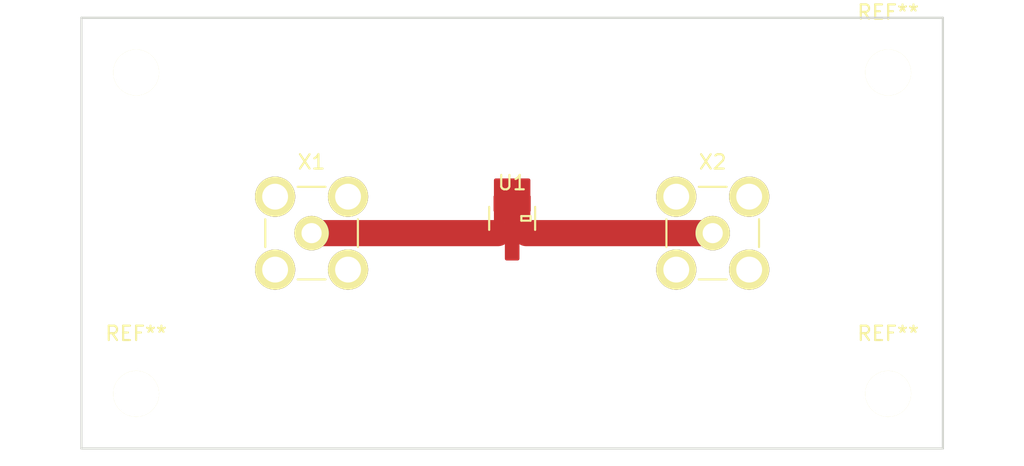
<source format=kicad_pcb>
(kicad_pcb (version 4) (host pcbnew 4.0.2+e4-6225~38~ubuntu15.10.1-stable)

  (general
    (links 0)
    (no_connects 9)
    (area 0 0 0 0)
    (thickness 1.6)
    (drawings 4)
    (tracks 6)
    (zones 0)
    (modules 7)
    (nets 4)
  )

  (page A4)
  (layers
    (0 F.Cu signal)
    (31 B.Cu signal)
    (32 B.Adhes user)
    (33 F.Adhes user)
    (34 B.Paste user)
    (35 F.Paste user)
    (36 B.SilkS user)
    (37 F.SilkS user)
    (38 B.Mask user)
    (39 F.Mask user)
    (40 Dwgs.User user)
    (41 Cmts.User user)
    (42 Eco1.User user)
    (43 Eco2.User user)
    (44 Edge.Cuts user)
    (45 Margin user)
    (46 B.CrtYd user)
    (47 F.CrtYd user)
    (48 B.Fab user)
    (49 F.Fab user)
  )

  (setup
    (last_trace_width 0.25)
    (trace_clearance 0.2)
    (zone_clearance 0.1)
    (zone_45_only no)
    (trace_min 0.2)
    (segment_width 0.2)
    (edge_width 0.15)
    (via_size 0.6)
    (via_drill 0.4)
    (via_min_size 0.4)
    (via_min_drill 0.3)
    (uvia_size 0.3)
    (uvia_drill 0.1)
    (uvias_allowed no)
    (uvia_min_size 0.2)
    (uvia_min_drill 0.1)
    (pcb_text_width 0.3)
    (pcb_text_size 1.5 1.5)
    (mod_edge_width 0.15)
    (mod_text_size 1 1)
    (mod_text_width 0.15)
    (pad_size 1.524 1.524)
    (pad_drill 0.762)
    (pad_to_mask_clearance 0.2)
    (aux_axis_origin 120 105)
    (grid_origin 120 105)
    (visible_elements FFFFFF7F)
    (pcbplotparams
      (layerselection 0x00030_80000001)
      (usegerberextensions false)
      (excludeedgelayer true)
      (linewidth 0.100000)
      (plotframeref false)
      (viasonmask false)
      (mode 1)
      (useauxorigin false)
      (hpglpennumber 1)
      (hpglpenspeed 20)
      (hpglpendiameter 15)
      (hpglpenoverlay 2)
      (psnegative false)
      (psa4output false)
      (plotreference true)
      (plotvalue true)
      (plotinvisibletext false)
      (padsonsilk false)
      (subtractmaskfromsilk false)
      (outputformat 1)
      (mirror false)
      (drillshape 1)
      (scaleselection 1)
      (outputdirectory ""))
  )

  (net 0 "")
  (net 1 "Net-(U1-Pad1)")
  (net 2 GNDA)
  (net 3 "Net-(U1-Pad3)")

  (net_class Default "This is the default net class."
    (clearance 0.2)
    (trace_width 0.25)
    (via_dia 0.6)
    (via_drill 0.4)
    (uvia_dia 0.3)
    (uvia_drill 0.1)
    (add_net GNDA)
  )

  (net_class 50Ohm ""
    (clearance 0.1)
    (trace_width 1.82)
    (via_dia 0.6)
    (via_drill 0.4)
    (uvia_dia 0.3)
    (uvia_drill 0.1)
    (add_net "Net-(U1-Pad1)")
    (add_net "Net-(U1-Pad3)")
  )

  (module Mounting_Holes:MountingHole_3.2mm_M3 (layer F.Cu) (tedit 56D1B4CB) (tstamp 57503CEC)
    (at 146.19 93.81)
    (descr "Mounting Hole 3.2mm, no annular, M3")
    (tags "mounting hole 3.2mm no annular m3")
    (fp_text reference REF** (at 0 -4.2) (layer F.SilkS)
      (effects (font (size 1 1) (thickness 0.15)))
    )
    (fp_text value MountingHole_3.2mm_M3 (at 0 4.2) (layer F.Fab)
      (effects (font (size 1 1) (thickness 0.15)))
    )
    (fp_circle (center 0 0) (end 3.2 0) (layer Cmts.User) (width 0.15))
    (fp_circle (center 0 0) (end 3.45 0) (layer F.CrtYd) (width 0.05))
    (pad 1 np_thru_hole circle (at 0 0) (size 3.2 3.2) (drill 3.2) (layers *.Cu *.Mask F.SilkS))
  )

  (module Mounting_Holes:MountingHole_3.2mm_M3 (layer F.Cu) (tedit 56D1B4CB) (tstamp 57503CCB)
    (at 146.19 116.19)
    (descr "Mounting Hole 3.2mm, no annular, M3")
    (tags "mounting hole 3.2mm no annular m3")
    (fp_text reference REF** (at 0 -4.2) (layer F.SilkS)
      (effects (font (size 1 1) (thickness 0.15)))
    )
    (fp_text value MountingHole_3.2mm_M3 (at 0 4.2) (layer F.Fab)
      (effects (font (size 1 1) (thickness 0.15)))
    )
    (fp_circle (center 0 0) (end 3.2 0) (layer Cmts.User) (width 0.15))
    (fp_circle (center 0 0) (end 3.45 0) (layer F.CrtYd) (width 0.05))
    (pad 1 np_thru_hole circle (at 0 0) (size 3.2 3.2) (drill 3.2) (layers *.Cu *.Mask F.SilkS))
  )

  (module Mounting_Holes:MountingHole_3.2mm_M3 (layer F.Cu) (tedit 57503EF4) (tstamp 57503BEE)
    (at 93.81 93.81)
    (descr "Mounting Hole 3.2mm, no annular, M3")
    (tags "mounting hole 3.2mm no annular m3")
    (fp_text reference REF** (at 0 -4.2) (layer F.SilkS) hide
      (effects (font (size 1 1) (thickness 0.15)))
    )
    (fp_text value MountingHole_3.2mm_M3 (at 0 4.2) (layer F.Fab)
      (effects (font (size 1 1) (thickness 0.15)))
    )
    (fp_circle (center 0 0) (end 3.2 0) (layer Cmts.User) (width 0.15))
    (fp_circle (center 0 0) (end 3.45 0) (layer F.CrtYd) (width 0.05))
    (pad 1 np_thru_hole circle (at 0 0) (size 3.2 3.2) (drill 3.2) (layers *.Cu *.Mask F.SilkS))
  )

  (module MiniCircuits:FV1206-1 (layer F.Cu) (tedit 5745BA4E) (tstamp 575037D4)
    (at 120 103.9713)
    (path /57503764)
    (fp_text reference U1 (at 0 -2.48031) (layer F.SilkS)
      (effects (font (size 1 1) (thickness 0.15)))
    )
    (fp_text value BFCN-2900+ (at 0 2.56032) (layer F.Fab)
      (effects (font (size 1 1) (thickness 0.15)))
    )
    (fp_line (start 1.6002 -1.76022) (end -1.6002 -1.76022) (layer F.CrtYd) (width 0.05))
    (fp_line (start 1.6002 1.76022) (end 1.6002 -1.76022) (layer F.CrtYd) (width 0.05))
    (fp_line (start -1.6002 1.76022) (end 1.6002 1.76022) (layer F.CrtYd) (width 0.05))
    (fp_line (start -1.6002 -1.76022) (end -1.6002 1.76022) (layer F.CrtYd) (width 0.05))
    (fp_line (start 0.64008 -0.16002) (end 1.28016 -0.16002) (layer F.SilkS) (width 0.15))
    (fp_line (start 0.64008 0.16002) (end 0.64008 -0.16002) (layer F.SilkS) (width 0.15))
    (fp_line (start 1.28016 0.16002) (end 0.64008 0.16002) (layer F.SilkS) (width 0.15))
    (fp_line (start 1.28016 -0.16002) (end 1.28016 0.16002) (layer F.SilkS) (width 0.15))
    (fp_line (start 1.6002 -0.8001) (end 1.6002 0.8001) (layer F.SilkS) (width 0.15))
    (fp_line (start -1.6002 -0.8001) (end -1.6002 0.8001) (layer F.SilkS) (width 0.15))
    (pad 1 smd rect (at -0.9906 1.0287) (size 0.6096 1.0668) (layers F.Cu F.Paste F.Mask)
      (net 1 "Net-(U1-Pad1)"))
    (pad 2 smd rect (at 0 1.0287) (size 0.6096 1.0668) (layers F.Cu F.Paste F.Mask)
      (net 2 GNDA))
    (pad 3 smd rect (at 0.9906 1.0287) (size 0.6096 1.0668) (layers F.Cu F.Paste F.Mask)
      (net 3 "Net-(U1-Pad3)"))
    (pad 4 smd rect (at 0.9906 -1.0287) (size 0.6096 1.0668) (layers F.Cu F.Paste F.Mask)
      (net 2 GNDA))
    (pad 5 smd rect (at 0 -1.0287) (size 0.6096 1.0668) (layers F.Cu F.Paste F.Mask)
      (net 2 GNDA))
    (pad 6 smd rect (at -0.9906 -1.0287) (size 0.6096 1.0668) (layers F.Cu F.Paste F.Mask)
      (net 2 GNDA))
  )

  (module MiniCircuits:SMA-BU-P (layer F.Cu) (tedit 574EF6CD) (tstamp 575037DD)
    (at 106.03 105)
    (path /575036BC)
    (fp_text reference X1 (at 0 -4.953) (layer F.SilkS)
      (effects (font (size 1 1) (thickness 0.15)))
    )
    (fp_text value SMA-BU (at 0 5.08) (layer F.Fab)
      (effects (font (size 1 1) (thickness 0.15)))
    )
    (fp_line (start 4.1925 4.1925) (end 4.1925 -4.1925) (layer F.CrtYd) (width 0.05))
    (fp_line (start -4.1925 4.1925) (end 4.1925 4.1925) (layer F.CrtYd) (width 0.05))
    (fp_line (start -4.1925 -4.1925) (end -4.1925 4.1925) (layer F.CrtYd) (width 0.05))
    (fp_line (start 4.1925 -4.1925) (end -4.1925 -4.1925) (layer F.CrtYd) (width 0.05))
    (fp_line (start -0.9675 -3.225) (end 0.9675 -3.225) (layer F.SilkS) (width 0.15))
    (fp_line (start 3.225 -0.9675) (end 3.225 0.9675) (layer F.SilkS) (width 0.15))
    (fp_line (start -0.9675 3.225) (end 0.9675 3.225) (layer F.SilkS) (width 0.15))
    (fp_line (start -3.225 -0.9675) (end -3.225 0.9675) (layer F.SilkS) (width 0.15))
    (pad GND thru_hole circle (at -2.54 -2.54) (size 2.8 2.8) (drill 1.8) (layers *.Cu *.Mask F.SilkS)
      (net 2 GNDA))
    (pad GND thru_hole circle (at 2.54 -2.54) (size 2.8 2.8) (drill 1.8) (layers *.Cu *.Mask F.SilkS)
      (net 2 GNDA))
    (pad GND thru_hole circle (at -2.54 2.54) (size 2.8 2.8) (drill 1.8) (layers *.Cu *.Mask F.SilkS)
      (net 2 GNDA))
    (pad GND thru_hole circle (at 2.54 2.54) (size 2.8 2.8) (drill 1.8) (layers *.Cu *.Mask F.SilkS)
      (net 2 GNDA))
    (pad SIG thru_hole circle (at 0 0) (size 2.4 2.4) (drill 1.4) (layers *.Cu *.Mask F.SilkS)
      (net 1 "Net-(U1-Pad1)"))
  )

  (module MiniCircuits:SMA-BU-P (layer F.Cu) (tedit 574EF6CD) (tstamp 575037E6)
    (at 133.97 105)
    (path /5750374B)
    (fp_text reference X2 (at 0 -4.953) (layer F.SilkS)
      (effects (font (size 1 1) (thickness 0.15)))
    )
    (fp_text value SMA-BU (at 0 5.08) (layer F.Fab)
      (effects (font (size 1 1) (thickness 0.15)))
    )
    (fp_line (start 4.1925 4.1925) (end 4.1925 -4.1925) (layer F.CrtYd) (width 0.05))
    (fp_line (start -4.1925 4.1925) (end 4.1925 4.1925) (layer F.CrtYd) (width 0.05))
    (fp_line (start -4.1925 -4.1925) (end -4.1925 4.1925) (layer F.CrtYd) (width 0.05))
    (fp_line (start 4.1925 -4.1925) (end -4.1925 -4.1925) (layer F.CrtYd) (width 0.05))
    (fp_line (start -0.9675 -3.225) (end 0.9675 -3.225) (layer F.SilkS) (width 0.15))
    (fp_line (start 3.225 -0.9675) (end 3.225 0.9675) (layer F.SilkS) (width 0.15))
    (fp_line (start -0.9675 3.225) (end 0.9675 3.225) (layer F.SilkS) (width 0.15))
    (fp_line (start -3.225 -0.9675) (end -3.225 0.9675) (layer F.SilkS) (width 0.15))
    (pad GND thru_hole circle (at -2.54 -2.54) (size 2.8 2.8) (drill 1.8) (layers *.Cu *.Mask F.SilkS)
      (net 2 GNDA))
    (pad GND thru_hole circle (at 2.54 -2.54) (size 2.8 2.8) (drill 1.8) (layers *.Cu *.Mask F.SilkS)
      (net 2 GNDA))
    (pad GND thru_hole circle (at -2.54 2.54) (size 2.8 2.8) (drill 1.8) (layers *.Cu *.Mask F.SilkS)
      (net 2 GNDA))
    (pad GND thru_hole circle (at 2.54 2.54) (size 2.8 2.8) (drill 1.8) (layers *.Cu *.Mask F.SilkS)
      (net 2 GNDA))
    (pad SIG thru_hole circle (at 0 0) (size 2.4 2.4) (drill 1.4) (layers *.Cu *.Mask F.SilkS)
      (net 3 "Net-(U1-Pad3)"))
  )

  (module Mounting_Holes:MountingHole_3.2mm_M3 (layer F.Cu) (tedit 56D1B4CB) (tstamp 57503B85)
    (at 93.81 116.19)
    (descr "Mounting Hole 3.2mm, no annular, M3")
    (tags "mounting hole 3.2mm no annular m3")
    (fp_text reference REF** (at 0 -4.2) (layer F.SilkS)
      (effects (font (size 1 1) (thickness 0.15)))
    )
    (fp_text value MountingHole_3.2mm_M3 (at 0 4.2) (layer F.Fab)
      (effects (font (size 1 1) (thickness 0.15)))
    )
    (fp_circle (center 0 0) (end 3.2 0) (layer Cmts.User) (width 0.15))
    (fp_circle (center 0 0) (end 3.45 0) (layer F.CrtYd) (width 0.05))
    (pad 1 np_thru_hole circle (at 0 0) (size 3.2 3.2) (drill 3.2) (layers *.Cu *.Mask F.SilkS))
  )

  (gr_line (start 150 90) (end 90 90) (layer Edge.Cuts) (width 0.15))
  (gr_line (start 150 120) (end 150 90) (layer Edge.Cuts) (width 0.15))
  (gr_line (start 90 120) (end 150 120) (layer Edge.Cuts) (width 0.15))
  (gr_line (start 90 90) (end 90 120) (layer Edge.Cuts) (width 0.15))

  (segment (start 180 90) (end 120 90) (width 0.25) (layer Dwgs.User) (net 0))
  (segment (start 180 120) (end 180 90) (width 0.25) (layer Dwgs.User) (net 0))
  (segment (start 120 120) (end 180 120) (width 0.25) (layer Dwgs.User) (net 0))
  (segment (start 120 90) (end 120 120) (width 0.25) (layer Dwgs.User) (net 0))
  (segment (start 106.03 105) (end 119.0094 105) (width 1.82) (layer F.Cu) (net 1))
  (segment (start 120.9906 105) (end 133.97 105) (width 1.82) (layer F.Cu) (net 3))

  (zone (net 2) (net_name GNDA) (layer F.Cu) (tstamp 0) (hatch edge 0.508)
    (connect_pads yes (clearance 0.1))
    (min_thickness 0.254)
    (fill yes (arc_segments 16) (thermal_gap 0.508) (thermal_bridge_width 0.508))
    (polygon
      (pts
        (xy 119.492 106.905) (xy 120.508 106.905) (xy 120.508 104.238) (xy 121.27 104.238) (xy 121.27 101.19)
        (xy 118.73 101.19) (xy 118.73 104.238) (xy 119.492 104.238)
      )
    )
    (filled_polygon
      (pts
        (xy 121.143 104.111) (xy 120.508 104.111) (xy 120.45859 104.121006) (xy 120.416965 104.149447) (xy 120.389685 104.191841)
        (xy 120.381 104.238) (xy 120.381 104.333464) (xy 120.378662 104.336886) (xy 120.352394 104.4666) (xy 120.352394 105.5334)
        (xy 120.375195 105.654579) (xy 120.381 105.6636) (xy 120.381 106.778) (xy 119.619 106.778) (xy 119.619 105.666536)
        (xy 119.621338 105.663114) (xy 119.647606 105.5334) (xy 119.647606 104.4666) (xy 119.624805 104.345421) (xy 119.619 104.3364)
        (xy 119.619 104.238) (xy 119.608994 104.18859) (xy 119.580553 104.146965) (xy 119.538159 104.119685) (xy 119.492 104.111)
        (xy 118.857 104.111) (xy 118.857 101.317) (xy 121.143 101.317)
      )
    )
  )
)

</source>
